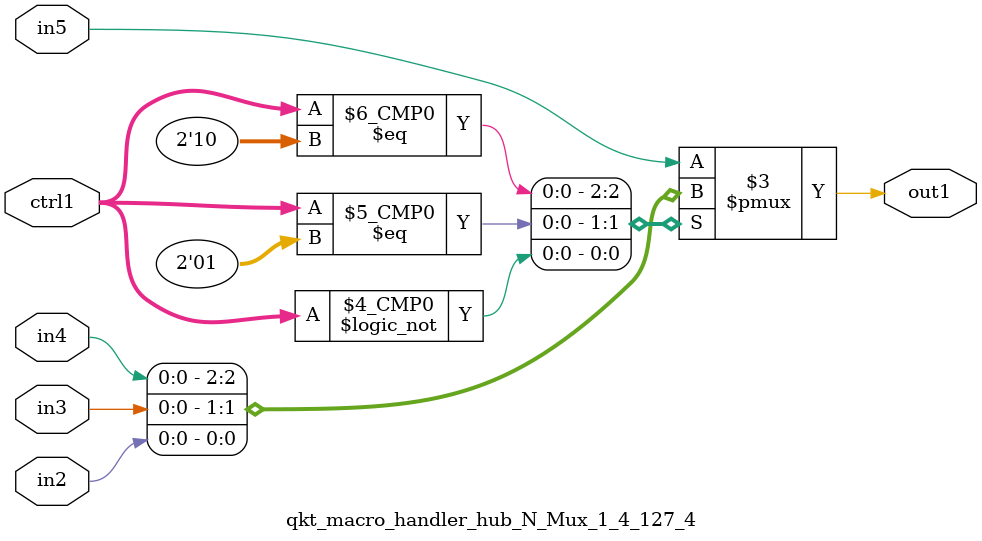
<source format=v>

`timescale 1ps / 1ps


module qkt_macro_handler_hub_N_Mux_1_4_127_4( in5, in4, in3, in2, ctrl1, out1 );

    input in5;
    input in4;
    input in3;
    input in2;
    input [1:0] ctrl1;
    output out1;
    reg out1;

    
    // rtl_process:qkt_macro_handler_hub_N_Mux_1_4_127_4/qkt_macro_handler_hub_N_Mux_1_4_127_4_thread_1
    always @*
      begin : qkt_macro_handler_hub_N_Mux_1_4_127_4_thread_1
        case (ctrl1) 
          2'd2: 
            begin
              out1 = in4;
            end
          2'd1: 
            begin
              out1 = in3;
            end
          2'd0: 
            begin
              out1 = in2;
            end
          default: 
            begin
              out1 = in5;
            end
        endcase
      end

endmodule





</source>
